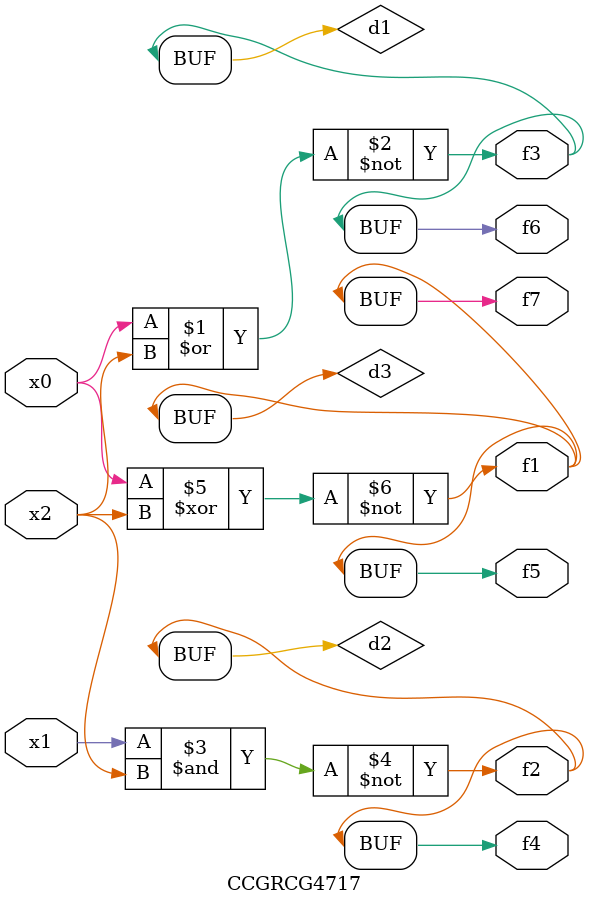
<source format=v>
module CCGRCG4717(
	input x0, x1, x2,
	output f1, f2, f3, f4, f5, f6, f7
);

	wire d1, d2, d3;

	nor (d1, x0, x2);
	nand (d2, x1, x2);
	xnor (d3, x0, x2);
	assign f1 = d3;
	assign f2 = d2;
	assign f3 = d1;
	assign f4 = d2;
	assign f5 = d3;
	assign f6 = d1;
	assign f7 = d3;
endmodule

</source>
